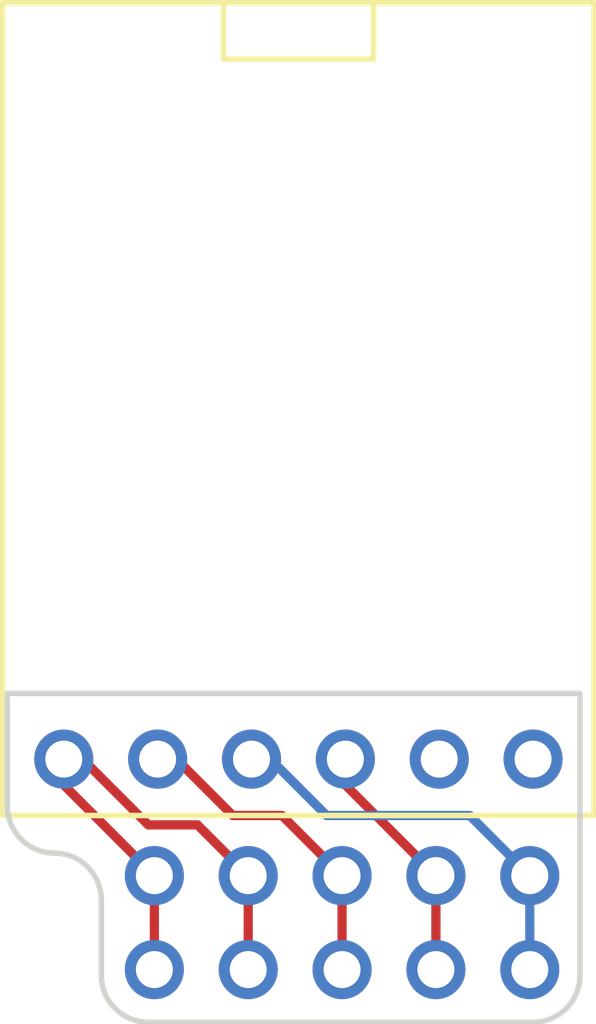
<source format=kicad_pcb>
(kicad_pcb (version 4) (host pcbnew 4.0.5+dfsg1-4)

  (general
    (links 10)
    (no_connects 0)
    (area 139.043999 78.591999 156.8151 111.989315)
    (thickness 1.6)
    (drawings 9)
    (tracks 21)
    (zones 0)
    (modules 2)
    (nets 7)
  )

  (page A4)
  (layers
    (0 F.Cu signal)
    (31 B.Cu signal)
    (32 B.Adhes user)
    (33 F.Adhes user)
    (34 B.Paste user)
    (35 F.Paste user)
    (36 B.SilkS user)
    (37 F.SilkS user)
    (38 B.Mask user)
    (39 F.Mask user)
    (40 Dwgs.User user)
    (41 Cmts.User user)
    (42 Eco1.User user)
    (43 Eco2.User user)
    (44 Edge.Cuts user)
    (45 Margin user)
    (46 B.CrtYd user)
    (47 F.CrtYd user)
    (48 B.Fab user)
    (49 F.Fab user)
  )

  (setup
    (last_trace_width 0.25)
    (trace_clearance 0.2)
    (zone_clearance 0.508)
    (zone_45_only no)
    (trace_min 0.2)
    (segment_width 0.2)
    (edge_width 0.15)
    (via_size 0.6)
    (via_drill 0.4)
    (via_min_size 0.4)
    (via_min_drill 0.3)
    (uvia_size 0.3)
    (uvia_drill 0.1)
    (uvias_allowed no)
    (uvia_min_size 0.2)
    (uvia_min_drill 0.1)
    (pcb_text_width 0.3)
    (pcb_text_size 1.5 1.5)
    (mod_edge_width 0.15)
    (mod_text_size 1 1)
    (mod_text_width 0.15)
    (pad_size 1.524 1.524)
    (pad_drill 0.762)
    (pad_to_mask_clearance 0.2)
    (aux_axis_origin 0 0)
    (visible_elements FFFFFF7F)
    (pcbplotparams
      (layerselection 0x010f0_80000001)
      (usegerberextensions false)
      (excludeedgelayer true)
      (linewidth 0.100000)
      (plotframeref false)
      (viasonmask false)
      (mode 1)
      (useauxorigin false)
      (hpglpennumber 1)
      (hpglpenspeed 20)
      (hpglpendiameter 15)
      (hpglpenoverlay 2)
      (psnegative false)
      (psa4output false)
      (plotreference true)
      (plotvalue true)
      (plotinvisibletext false)
      (padsonsilk false)
      (subtractmaskfromsilk false)
      (outputformat 1)
      (mirror false)
      (drillshape 0)
      (scaleselection 1)
      (outputdirectory gerber/))
  )

  (net 0 "")
  (net 1 "Net-(U1-Pad3)")
  (net 2 "Net-(U1-Pad4)")
  (net 3 "Net-(U1-Pad5)")
  (net 4 "Net-(U1-Pad1)")
  (net 5 "Net-(U2-Pad5)")
  (net 6 "Net-(U2-Pad6)")

  (net_class Default "This is the default net class."
    (clearance 0.2)
    (trace_width 0.25)
    (via_dia 0.6)
    (via_drill 0.4)
    (uvia_dia 0.3)
    (uvia_drill 0.1)
    (add_net "Net-(U1-Pad1)")
    (add_net "Net-(U1-Pad3)")
    (add_net "Net-(U1-Pad4)")
    (add_net "Net-(U1-Pad5)")
    (add_net "Net-(U2-Pad5)")
    (add_net "Net-(U2-Pad6)")
  )

  (module cp2102_connector:CP2102_connector (layer F.Cu) (tedit 5AC0C337) (tstamp 5ABF99BA)
    (at 147.32 99.314)
    (path /5ABF8DA3)
    (fp_text reference U2 (at 0.127 5.588) (layer F.SilkS) hide
      (effects (font (size 1 1) (thickness 0.15)))
    )
    (fp_text value CP2102_connector (at 0 3.556) (layer F.Fab) hide
      (effects (font (size 1 1) (thickness 0.15)))
    )
    (fp_line (start -2.032 -20.447) (end -2.032 -18.923) (layer F.SilkS) (width 0.15))
    (fp_line (start -2.032 -18.923) (end 2.032 -18.923) (layer F.SilkS) (width 0.15))
    (fp_line (start 2.032 -18.923) (end 2.032 -20.447) (layer F.SilkS) (width 0.15))
    (fp_line (start 0 1.524) (end -8.001 1.524) (layer F.SilkS) (width 0.15))
    (fp_line (start -8.001 1.524) (end -8.001 -20.447) (layer F.SilkS) (width 0.15))
    (fp_line (start -8.001 -20.447) (end 8.001 -20.447) (layer F.SilkS) (width 0.15))
    (fp_line (start 8.001 -20.447) (end 8.001 1.524) (layer F.SilkS) (width 0.15))
    (fp_line (start 8.001 1.524) (end 0 1.524) (layer F.SilkS) (width 0.15))
    (pad 1 thru_hole circle (at -6.35 0) (size 1.6 1.6) (drill 1) (layers *.Cu *.Mask)
      (net 4 "Net-(U1-Pad1)"))
    (pad 2 thru_hole circle (at -3.81 0) (size 1.6 1.6) (drill 1) (layers *.Cu *.Mask)
      (net 1 "Net-(U1-Pad3)"))
    (pad 3 thru_hole circle (at -1.27 0) (size 1.6 1.6) (drill 1) (layers *.Cu *.Mask)
      (net 3 "Net-(U1-Pad5)"))
    (pad 4 thru_hole circle (at 1.27 0) (size 1.6 1.6) (drill 1) (layers *.Cu *.Mask)
      (net 2 "Net-(U1-Pad4)"))
    (pad 5 thru_hole circle (at 3.81 0) (size 1.6 1.6) (drill 1) (layers *.Cu *.Mask)
      (net 5 "Net-(U2-Pad5)"))
    (pad 6 thru_hole circle (at 6.35 0) (size 1.6 1.6) (drill 1) (layers *.Cu *.Mask)
      (net 6 "Net-(U2-Pad6)"))
  )

  (module raspberry_pi_gpio_custom:pi_serial_custom (layer F.Cu) (tedit 5AC0C331) (tstamp 5ABF92CE)
    (at 148.5011 105.0036)
    (path /5ABF8DC2)
    (fp_text reference U1 (at 7.239 0 90) (layer F.SilkS) hide
      (effects (font (size 1 1) (thickness 0.15)))
    )
    (fp_text value pi_serial_conector (at -7.112 0 90) (layer F.Fab) hide
      (effects (font (size 1 1) (thickness 0.15)))
    )
    (pad 3 thru_hole circle (at 0 0) (size 1.6 1.6) (drill 1) (layers *.Cu *.Mask)
      (net 1 "Net-(U1-Pad3)"))
    (pad 4 thru_hole circle (at 2.54 0) (size 1.6 1.6) (drill 1) (layers *.Cu *.Mask)
      (net 2 "Net-(U1-Pad4)"))
    (pad 5 thru_hole circle (at 5.08 0) (size 1.6 1.6) (drill 1) (layers *.Cu *.Mask)
      (net 3 "Net-(U1-Pad5)"))
    (pad 1 thru_hole circle (at -5.08 0) (size 1.6 1.6) (drill 1) (layers *.Cu *.Mask)
      (net 4 "Net-(U1-Pad1)"))
    (pad 2 thru_hole circle (at -2.54 0) (size 1.6 1.6) (drill 1) (layers *.Cu *.Mask)
      (net 4 "Net-(U1-Pad1)"))
    (pad 1 thru_hole circle (at -5.08 -2.54) (size 1.6 1.6) (drill 1) (layers *.Cu *.Mask)
      (net 4 "Net-(U1-Pad1)"))
    (pad 2 thru_hole circle (at -2.54 -2.54) (size 1.6 1.6) (drill 1) (layers *.Cu *.Mask)
      (net 4 "Net-(U1-Pad1)"))
    (pad 3 thru_hole circle (at 0 -2.54) (size 1.6 1.6) (drill 1) (layers *.Cu *.Mask)
      (net 1 "Net-(U1-Pad3)"))
    (pad 4 thru_hole circle (at 2.54 -2.54) (size 1.6 1.6) (drill 1) (layers *.Cu *.Mask)
      (net 2 "Net-(U1-Pad4)"))
    (pad 5 thru_hole circle (at 5.08 -2.54) (size 1.6 1.6) (drill 1) (layers *.Cu *.Mask)
      (net 3 "Net-(U1-Pad5)"))
  )

  (gr_line (start 141.986 103.124) (end 141.986 105.156) (angle 90) (layer Edge.Cuts) (width 0.15))
  (gr_line (start 139.446 97.536) (end 139.446 100.584) (angle 90) (layer Edge.Cuts) (width 0.15))
  (gr_arc (start 140.716 100.584) (end 140.716 101.854) (angle 90) (layer Edge.Cuts) (width 0.15))
  (gr_arc (start 140.716 103.124) (end 140.716 101.854) (angle 90) (layer Edge.Cuts) (width 0.15))
  (gr_line (start 154.94 97.536) (end 139.446 97.536) (angle 90) (layer Edge.Cuts) (width 0.15))
  (gr_line (start 154.94 105.156) (end 154.94 97.536) (angle 90) (layer Edge.Cuts) (width 0.15))
  (gr_line (start 143.256 106.426) (end 153.67 106.426) (angle 90) (layer Edge.Cuts) (width 0.15))
  (gr_arc (start 143.256 105.156) (end 143.256 106.426) (angle 90) (layer Edge.Cuts) (width 0.15))
  (gr_arc (start 153.67 105.156) (end 154.94 105.156) (angle 90) (layer Edge.Cuts) (width 0.15))

  (segment (start 148.5011 102.4636) (end 148.5011 105.0036) (width 0.25) (layer F.Cu) (net 1))
  (segment (start 143.51 99.314) (end 144.018 99.314) (width 0.25) (layer F.Cu) (net 1))
  (segment (start 144.018 99.314) (end 145.542 100.838) (width 0.25) (layer F.Cu) (net 1) (tstamp 5AC0C245))
  (segment (start 145.542 100.838) (end 146.8755 100.838) (width 0.25) (layer F.Cu) (net 1) (tstamp 5AC0C246))
  (segment (start 146.8755 100.838) (end 148.5011 102.4636) (width 0.25) (layer F.Cu) (net 1) (tstamp 5AC0C248))
  (segment (start 148.59 99.314) (end 148.59 100.0125) (width 0.25) (layer F.Cu) (net 2))
  (segment (start 148.59 100.0125) (end 151.0411 102.4636) (width 0.25) (layer F.Cu) (net 2) (tstamp 5AC0C251))
  (segment (start 151.0411 102.4636) (end 151.0411 105.0036) (width 0.25) (layer F.Cu) (net 2) (tstamp 5AC0C253))
  (segment (start 146.05 99.314) (end 146.558 99.314) (width 0.25) (layer B.Cu) (net 3))
  (segment (start 146.558 99.314) (end 148.082 100.838) (width 0.25) (layer B.Cu) (net 3) (tstamp 5AC0C25E))
  (segment (start 148.082 100.838) (end 151.9555 100.838) (width 0.25) (layer B.Cu) (net 3) (tstamp 5AC0C260))
  (segment (start 151.9555 100.838) (end 153.5811 102.4636) (width 0.25) (layer B.Cu) (net 3) (tstamp 5AC0C261))
  (segment (start 153.5811 102.4636) (end 153.5811 105.0036) (width 0.25) (layer B.Cu) (net 3) (tstamp 5AC0C265))
  (segment (start 145.9611 102.4636) (end 145.9611 105.0036) (width 0.25) (layer F.Cu) (net 4))
  (segment (start 140.97 99.314) (end 141.478 99.314) (width 0.25) (layer F.Cu) (net 4))
  (segment (start 141.478 99.314) (end 143.256 101.092) (width 0.25) (layer F.Cu) (net 4) (tstamp 5AC0C239))
  (segment (start 144.5895 101.092) (end 145.9611 102.4636) (width 0.25) (layer F.Cu) (net 4) (tstamp 5AC0C23F))
  (segment (start 143.256 101.092) (end 144.5895 101.092) (width 0.25) (layer F.Cu) (net 4) (tstamp 5AC0C23C))
  (segment (start 140.97 99.314) (end 140.97 100.0125) (width 0.25) (layer F.Cu) (net 4))
  (segment (start 140.97 100.0125) (end 143.4211 102.4636) (width 0.25) (layer F.Cu) (net 4) (tstamp 5AC0C22C))
  (segment (start 143.4211 102.4636) (end 143.4211 105.0036) (width 0.25) (layer F.Cu) (net 4) (tstamp 5AC0C22F))

)

</source>
